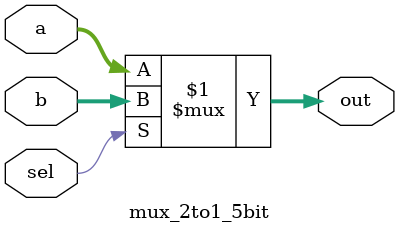
<source format=v>
module mux_2to1_5bit(a, b, sel, out);

	 input [4:0] a, b;
    input sel;
    output [4:0] out;
    
    assign out = sel ? b : a;

endmodule

</source>
